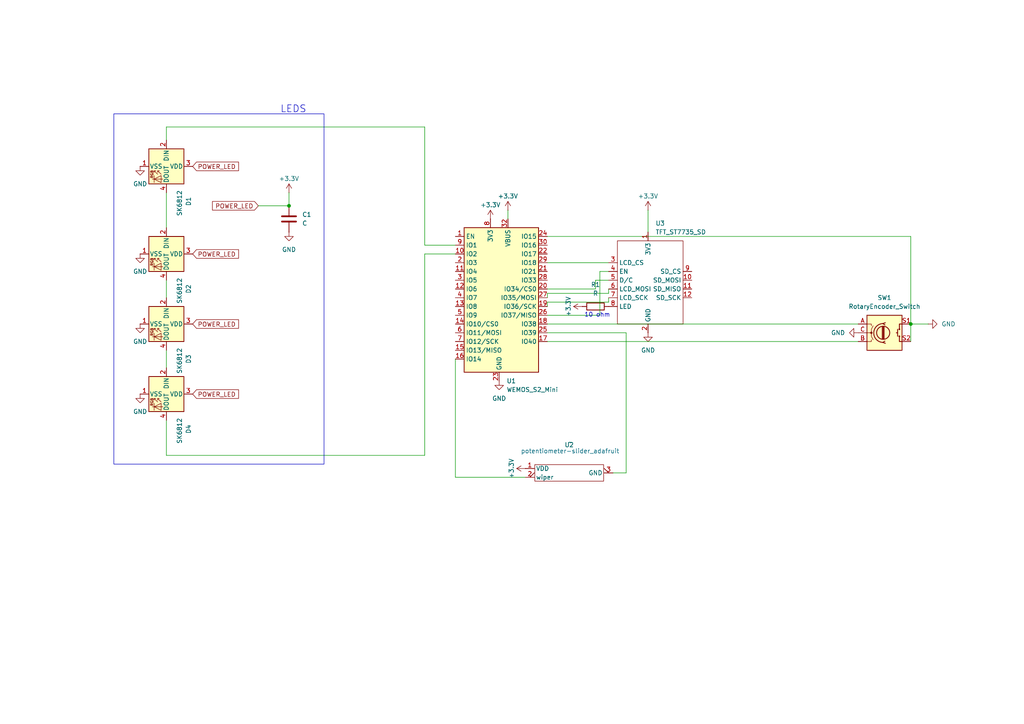
<source format=kicad_sch>
(kicad_sch
	(version 20241209)
	(generator "eeschema")
	(generator_version "8.99")
	(uuid "0a07da14-52b7-44f0-8d11-41ceac0720cc")
	(paper "A4")
	(lib_symbols
		(symbol "Device:C"
			(pin_numbers
				(hide yes)
			)
			(pin_names
				(offset 0.254)
			)
			(exclude_from_sim no)
			(in_bom yes)
			(on_board yes)
			(property "Reference" "C"
				(at 0.635 2.54 0)
				(effects
					(font
						(size 1.27 1.27)
					)
					(justify left)
				)
			)
			(property "Value" "C"
				(at 0.635 -2.54 0)
				(effects
					(font
						(size 1.27 1.27)
					)
					(justify left)
				)
			)
			(property "Footprint" ""
				(at 0.9652 -3.81 0)
				(effects
					(font
						(size 1.27 1.27)
					)
					(hide yes)
				)
			)
			(property "Datasheet" "~"
				(at 0 0 0)
				(effects
					(font
						(size 1.27 1.27)
					)
					(hide yes)
				)
			)
			(property "Description" "Unpolarized capacitor"
				(at 0 0 0)
				(effects
					(font
						(size 1.27 1.27)
					)
					(hide yes)
				)
			)
			(property "ki_keywords" "cap capacitor"
				(at 0 0 0)
				(effects
					(font
						(size 1.27 1.27)
					)
					(hide yes)
				)
			)
			(property "ki_fp_filters" "C_*"
				(at 0 0 0)
				(effects
					(font
						(size 1.27 1.27)
					)
					(hide yes)
				)
			)
			(symbol "C_0_1"
				(polyline
					(pts
						(xy -2.032 0.762) (xy 2.032 0.762)
					)
					(stroke
						(width 0.508)
						(type default)
					)
					(fill
						(type none)
					)
				)
				(polyline
					(pts
						(xy -2.032 -0.762) (xy 2.032 -0.762)
					)
					(stroke
						(width 0.508)
						(type default)
					)
					(fill
						(type none)
					)
				)
			)
			(symbol "C_1_1"
				(pin passive line
					(at 0 3.81 270)
					(length 2.794)
					(name "~"
						(effects
							(font
								(size 1.27 1.27)
							)
						)
					)
					(number "1"
						(effects
							(font
								(size 1.27 1.27)
							)
						)
					)
				)
				(pin passive line
					(at 0 -3.81 90)
					(length 2.794)
					(name "~"
						(effects
							(font
								(size 1.27 1.27)
							)
						)
					)
					(number "2"
						(effects
							(font
								(size 1.27 1.27)
							)
						)
					)
				)
			)
			(embedded_fonts no)
		)
		(symbol "Device:R"
			(pin_numbers
				(hide yes)
			)
			(pin_names
				(offset 0)
			)
			(exclude_from_sim no)
			(in_bom yes)
			(on_board yes)
			(property "Reference" "R"
				(at 2.032 0 90)
				(effects
					(font
						(size 1.27 1.27)
					)
				)
			)
			(property "Value" "R"
				(at 0 0 90)
				(effects
					(font
						(size 1.27 1.27)
					)
				)
			)
			(property "Footprint" ""
				(at -1.778 0 90)
				(effects
					(font
						(size 1.27 1.27)
					)
					(hide yes)
				)
			)
			(property "Datasheet" "~"
				(at 0 0 0)
				(effects
					(font
						(size 1.27 1.27)
					)
					(hide yes)
				)
			)
			(property "Description" "Resistor"
				(at 0 0 0)
				(effects
					(font
						(size 1.27 1.27)
					)
					(hide yes)
				)
			)
			(property "ki_keywords" "R res resistor"
				(at 0 0 0)
				(effects
					(font
						(size 1.27 1.27)
					)
					(hide yes)
				)
			)
			(property "ki_fp_filters" "R_*"
				(at 0 0 0)
				(effects
					(font
						(size 1.27 1.27)
					)
					(hide yes)
				)
			)
			(symbol "R_0_1"
				(rectangle
					(start -1.016 -2.54)
					(end 1.016 2.54)
					(stroke
						(width 0.254)
						(type default)
					)
					(fill
						(type none)
					)
				)
			)
			(symbol "R_1_1"
				(pin passive line
					(at 0 3.81 270)
					(length 1.27)
					(name "~"
						(effects
							(font
								(size 1.27 1.27)
							)
						)
					)
					(number "1"
						(effects
							(font
								(size 1.27 1.27)
							)
						)
					)
				)
				(pin passive line
					(at 0 -3.81 90)
					(length 1.27)
					(name "~"
						(effects
							(font
								(size 1.27 1.27)
							)
						)
					)
					(number "2"
						(effects
							(font
								(size 1.27 1.27)
							)
						)
					)
				)
			)
			(embedded_fonts no)
		)
		(symbol "Device:RotaryEncoder_Switch"
			(pin_names
				(offset 0.254)
				(hide yes)
			)
			(exclude_from_sim no)
			(in_bom yes)
			(on_board yes)
			(property "Reference" "SW"
				(at 0 6.604 0)
				(effects
					(font
						(size 1.27 1.27)
					)
				)
			)
			(property "Value" "RotaryEncoder_Switch"
				(at 0 -6.604 0)
				(effects
					(font
						(size 1.27 1.27)
					)
				)
			)
			(property "Footprint" ""
				(at -3.81 4.064 0)
				(effects
					(font
						(size 1.27 1.27)
					)
					(hide yes)
				)
			)
			(property "Datasheet" "~"
				(at 0 6.604 0)
				(effects
					(font
						(size 1.27 1.27)
					)
					(hide yes)
				)
			)
			(property "Description" "Rotary encoder, dual channel, incremental quadrate outputs, with switch"
				(at 0 0 0)
				(effects
					(font
						(size 1.27 1.27)
					)
					(hide yes)
				)
			)
			(property "ki_keywords" "rotary switch encoder switch push button"
				(at 0 0 0)
				(effects
					(font
						(size 1.27 1.27)
					)
					(hide yes)
				)
			)
			(property "ki_fp_filters" "RotaryEncoder*Switch*"
				(at 0 0 0)
				(effects
					(font
						(size 1.27 1.27)
					)
					(hide yes)
				)
			)
			(symbol "RotaryEncoder_Switch_0_1"
				(rectangle
					(start -5.08 5.08)
					(end 5.08 -5.08)
					(stroke
						(width 0.254)
						(type default)
					)
					(fill
						(type background)
					)
				)
				(polyline
					(pts
						(xy -5.08 2.54) (xy -3.81 2.54) (xy -3.81 2.032)
					)
					(stroke
						(width 0)
						(type default)
					)
					(fill
						(type none)
					)
				)
				(polyline
					(pts
						(xy -5.08 0) (xy -3.81 0) (xy -3.81 -1.016) (xy -3.302 -2.032)
					)
					(stroke
						(width 0)
						(type default)
					)
					(fill
						(type none)
					)
				)
				(polyline
					(pts
						(xy -5.08 -2.54) (xy -3.81 -2.54) (xy -3.81 -2.032)
					)
					(stroke
						(width 0)
						(type default)
					)
					(fill
						(type none)
					)
				)
				(polyline
					(pts
						(xy -4.318 0) (xy -3.81 0) (xy -3.81 1.016) (xy -3.302 2.032)
					)
					(stroke
						(width 0)
						(type default)
					)
					(fill
						(type none)
					)
				)
				(circle
					(center -3.81 0)
					(radius 0.254)
					(stroke
						(width 0)
						(type default)
					)
					(fill
						(type outline)
					)
				)
				(polyline
					(pts
						(xy -0.635 -1.778) (xy -0.635 1.778)
					)
					(stroke
						(width 0.254)
						(type default)
					)
					(fill
						(type none)
					)
				)
				(circle
					(center -0.381 0)
					(radius 1.905)
					(stroke
						(width 0.254)
						(type default)
					)
					(fill
						(type none)
					)
				)
				(polyline
					(pts
						(xy -0.381 -1.778) (xy -0.381 1.778)
					)
					(stroke
						(width 0.254)
						(type default)
					)
					(fill
						(type none)
					)
				)
				(arc
					(start -0.381 -2.794)
					(mid -3.0988 -0.0635)
					(end -0.381 2.667)
					(stroke
						(width 0.254)
						(type default)
					)
					(fill
						(type none)
					)
				)
				(polyline
					(pts
						(xy -0.127 1.778) (xy -0.127 -1.778)
					)
					(stroke
						(width 0.254)
						(type default)
					)
					(fill
						(type none)
					)
				)
				(polyline
					(pts
						(xy 0.254 2.921) (xy -0.508 2.667) (xy 0.127 2.286)
					)
					(stroke
						(width 0.254)
						(type default)
					)
					(fill
						(type none)
					)
				)
				(polyline
					(pts
						(xy 0.254 -3.048) (xy -0.508 -2.794) (xy 0.127 -2.413)
					)
					(stroke
						(width 0.254)
						(type default)
					)
					(fill
						(type none)
					)
				)
				(polyline
					(pts
						(xy 3.81 1.016) (xy 3.81 -1.016)
					)
					(stroke
						(width 0.254)
						(type default)
					)
					(fill
						(type none)
					)
				)
				(polyline
					(pts
						(xy 3.81 0) (xy 3.429 0)
					)
					(stroke
						(width 0.254)
						(type default)
					)
					(fill
						(type none)
					)
				)
				(circle
					(center 4.318 1.016)
					(radius 0.127)
					(stroke
						(width 0.254)
						(type default)
					)
					(fill
						(type none)
					)
				)
				(circle
					(center 4.318 -1.016)
					(radius 0.127)
					(stroke
						(width 0.254)
						(type default)
					)
					(fill
						(type none)
					)
				)
				(polyline
					(pts
						(xy 5.08 2.54) (xy 4.318 2.54) (xy 4.318 1.016)
					)
					(stroke
						(width 0.254)
						(type default)
					)
					(fill
						(type none)
					)
				)
				(polyline
					(pts
						(xy 5.08 -2.54) (xy 4.318 -2.54) (xy 4.318 -1.016)
					)
					(stroke
						(width 0.254)
						(type default)
					)
					(fill
						(type none)
					)
				)
			)
			(symbol "RotaryEncoder_Switch_1_1"
				(pin passive line
					(at -7.62 2.54 0)
					(length 2.54)
					(name "A"
						(effects
							(font
								(size 1.27 1.27)
							)
						)
					)
					(number "A"
						(effects
							(font
								(size 1.27 1.27)
							)
						)
					)
				)
				(pin passive line
					(at -7.62 0 0)
					(length 2.54)
					(name "C"
						(effects
							(font
								(size 1.27 1.27)
							)
						)
					)
					(number "C"
						(effects
							(font
								(size 1.27 1.27)
							)
						)
					)
				)
				(pin passive line
					(at -7.62 -2.54 0)
					(length 2.54)
					(name "B"
						(effects
							(font
								(size 1.27 1.27)
							)
						)
					)
					(number "B"
						(effects
							(font
								(size 1.27 1.27)
							)
						)
					)
				)
				(pin passive line
					(at 7.62 2.54 180)
					(length 2.54)
					(name "S1"
						(effects
							(font
								(size 1.27 1.27)
							)
						)
					)
					(number "S1"
						(effects
							(font
								(size 1.27 1.27)
							)
						)
					)
				)
				(pin passive line
					(at 7.62 -2.54 180)
					(length 2.54)
					(name "S2"
						(effects
							(font
								(size 1.27 1.27)
							)
						)
					)
					(number "S2"
						(effects
							(font
								(size 1.27 1.27)
							)
						)
					)
				)
			)
			(embedded_fonts no)
		)
		(symbol "LED:SK6812"
			(pin_names
				(offset 0.254)
			)
			(exclude_from_sim no)
			(in_bom yes)
			(on_board yes)
			(property "Reference" "D"
				(at 5.08 5.715 0)
				(effects
					(font
						(size 1.27 1.27)
					)
					(justify right bottom)
				)
			)
			(property "Value" "SK6812"
				(at 1.27 -5.715 0)
				(effects
					(font
						(size 1.27 1.27)
					)
					(justify left top)
				)
			)
			(property "Footprint" "LED_SMD:LED_SK6812_PLCC4_5.0x5.0mm_P3.2mm"
				(at 1.27 -7.62 0)
				(effects
					(font
						(size 1.27 1.27)
					)
					(justify left top)
					(hide yes)
				)
			)
			(property "Datasheet" "https://cdn-shop.adafruit.com/product-files/1138/SK6812+LED+datasheet+.pdf"
				(at 2.54 -9.525 0)
				(effects
					(font
						(size 1.27 1.27)
					)
					(justify left top)
					(hide yes)
				)
			)
			(property "Description" "RGB LED with integrated controller"
				(at 0 0 0)
				(effects
					(font
						(size 1.27 1.27)
					)
					(hide yes)
				)
			)
			(property "ki_keywords" "RGB LED NeoPixel addressable"
				(at 0 0 0)
				(effects
					(font
						(size 1.27 1.27)
					)
					(hide yes)
				)
			)
			(property "ki_fp_filters" "LED*SK6812*PLCC*5.0x5.0mm*P3.2mm*"
				(at 0 0 0)
				(effects
					(font
						(size 1.27 1.27)
					)
					(hide yes)
				)
			)
			(symbol "SK6812_0_0"
				(text "RGB"
					(at 2.286 -4.191 0)
					(effects
						(font
							(size 0.762 0.762)
						)
					)
				)
			)
			(symbol "SK6812_0_1"
				(polyline
					(pts
						(xy 1.27 -2.54) (xy 1.778 -2.54)
					)
					(stroke
						(width 0)
						(type default)
					)
					(fill
						(type none)
					)
				)
				(polyline
					(pts
						(xy 1.27 -3.556) (xy 1.778 -3.556)
					)
					(stroke
						(width 0)
						(type default)
					)
					(fill
						(type none)
					)
				)
				(polyline
					(pts
						(xy 2.286 -1.524) (xy 1.27 -2.54) (xy 1.27 -2.032)
					)
					(stroke
						(width 0)
						(type default)
					)
					(fill
						(type none)
					)
				)
				(polyline
					(pts
						(xy 2.286 -2.54) (xy 1.27 -3.556) (xy 1.27 -3.048)
					)
					(stroke
						(width 0)
						(type default)
					)
					(fill
						(type none)
					)
				)
				(polyline
					(pts
						(xy 3.683 -1.016) (xy 3.683 -3.556) (xy 3.683 -4.064)
					)
					(stroke
						(width 0)
						(type default)
					)
					(fill
						(type none)
					)
				)
				(polyline
					(pts
						(xy 4.699 -1.524) (xy 2.667 -1.524) (xy 3.683 -3.556) (xy 4.699 -1.524)
					)
					(stroke
						(width 0)
						(type default)
					)
					(fill
						(type none)
					)
				)
				(polyline
					(pts
						(xy 4.699 -3.556) (xy 2.667 -3.556)
					)
					(stroke
						(width 0)
						(type default)
					)
					(fill
						(type none)
					)
				)
				(rectangle
					(start 5.08 5.08)
					(end -5.08 -5.08)
					(stroke
						(width 0.254)
						(type default)
					)
					(fill
						(type background)
					)
				)
			)
			(symbol "SK6812_1_1"
				(pin input line
					(at -7.62 0 0)
					(length 2.54)
					(name "DIN"
						(effects
							(font
								(size 1.27 1.27)
							)
						)
					)
					(number "2"
						(effects
							(font
								(size 1.27 1.27)
							)
						)
					)
				)
				(pin power_in line
					(at 0 7.62 270)
					(length 2.54)
					(name "VDD"
						(effects
							(font
								(size 1.27 1.27)
							)
						)
					)
					(number "3"
						(effects
							(font
								(size 1.27 1.27)
							)
						)
					)
				)
				(pin power_in line
					(at 0 -7.62 90)
					(length 2.54)
					(name "VSS"
						(effects
							(font
								(size 1.27 1.27)
							)
						)
					)
					(number "1"
						(effects
							(font
								(size 1.27 1.27)
							)
						)
					)
				)
				(pin output line
					(at 7.62 0 180)
					(length 2.54)
					(name "DOUT"
						(effects
							(font
								(size 1.27 1.27)
							)
						)
					)
					(number "4"
						(effects
							(font
								(size 1.27 1.27)
							)
						)
					)
				)
			)
			(embedded_fonts no)
		)
		(symbol "asylum-weather:TFT_ST7735_SD"
			(exclude_from_sim no)
			(in_bom yes)
			(on_board yes)
			(property "Reference" "U"
				(at 6.858 -15.748 0)
				(effects
					(font
						(size 1.27 1.27)
					)
				)
			)
			(property "Value" "TFT_ST7735_SD"
				(at 13.462 -18.288 0)
				(effects
					(font
						(size 1.27 1.27)
					)
				)
			)
			(property "Footprint" "asylum-weather:TFT_ST7735_SD"
				(at 0 0 0)
				(effects
					(font
						(size 1.27 1.27)
					)
					(hide yes)
				)
			)
			(property "Datasheet" ""
				(at 0 0 0)
				(effects
					(font
						(size 1.27 1.27)
					)
					(hide yes)
				)
			)
			(property "Description" ""
				(at 0 0 0)
				(effects
					(font
						(size 1.27 1.27)
					)
					(hide yes)
				)
			)
			(symbol "TFT_ST7735_SD_0_1"
				(rectangle
					(start -5.08 10.16)
					(end 13.97 -13.97)
					(stroke
						(width 0)
						(type default)
					)
					(fill
						(type none)
					)
				)
			)
			(symbol "TFT_ST7735_SD_1_1"
				(pin input line
					(at -7.62 3.81 0)
					(length 2.54)
					(name "LCD_CS"
						(effects
							(font
								(size 1.27 1.27)
							)
						)
					)
					(number "3"
						(effects
							(font
								(size 1.27 1.27)
							)
						)
					)
				)
				(pin input line
					(at -7.62 1.27 0)
					(length 2.54)
					(name "EN"
						(effects
							(font
								(size 1.27 1.27)
							)
						)
					)
					(number "4"
						(effects
							(font
								(size 1.27 1.27)
							)
						)
					)
				)
				(pin input line
					(at -7.62 -1.27 0)
					(length 2.54)
					(name "D/C"
						(effects
							(font
								(size 1.27 1.27)
							)
						)
					)
					(number "5"
						(effects
							(font
								(size 1.27 1.27)
							)
						)
					)
				)
				(pin input line
					(at -7.62 -3.81 0)
					(length 2.54)
					(name "LCD_MOSI"
						(effects
							(font
								(size 1.27 1.27)
							)
						)
					)
					(number "6"
						(effects
							(font
								(size 1.27 1.27)
							)
						)
					)
				)
				(pin input line
					(at -7.62 -6.35 0)
					(length 2.54)
					(name "LCD_SCK"
						(effects
							(font
								(size 1.27 1.27)
							)
						)
					)
					(number "7"
						(effects
							(font
								(size 1.27 1.27)
							)
						)
					)
				)
				(pin power_in line
					(at -7.62 -8.89 0)
					(length 2.54)
					(name "LED"
						(effects
							(font
								(size 1.27 1.27)
							)
						)
					)
					(number "8"
						(effects
							(font
								(size 1.27 1.27)
							)
						)
					)
				)
				(pin power_in line
					(at 3.81 12.7 270)
					(length 2.54)
					(name "3V3"
						(effects
							(font
								(size 1.27 1.27)
							)
						)
					)
					(number "1"
						(effects
							(font
								(size 1.27 1.27)
							)
						)
					)
				)
				(pin power_in line
					(at 3.81 -16.51 90)
					(length 2.54)
					(name "GND"
						(effects
							(font
								(size 1.27 1.27)
							)
						)
					)
					(number "2"
						(effects
							(font
								(size 1.27 1.27)
							)
						)
					)
				)
				(pin input line
					(at 16.51 1.27 180)
					(length 2.54)
					(name "SD_CS"
						(effects
							(font
								(size 1.27 1.27)
							)
						)
					)
					(number "9"
						(effects
							(font
								(size 1.27 1.27)
							)
						)
					)
				)
				(pin input line
					(at 16.51 -1.27 180)
					(length 2.54)
					(name "SD_MOSI"
						(effects
							(font
								(size 1.27 1.27)
							)
						)
					)
					(number "10"
						(effects
							(font
								(size 1.27 1.27)
							)
						)
					)
				)
				(pin output line
					(at 16.51 -3.81 180)
					(length 2.54)
					(name "SD_MISO"
						(effects
							(font
								(size 1.27 1.27)
							)
						)
					)
					(number "11"
						(effects
							(font
								(size 1.27 1.27)
							)
						)
					)
				)
				(pin input line
					(at 16.51 -6.35 180)
					(length 2.54)
					(name "SD_SCK"
						(effects
							(font
								(size 1.27 1.27)
							)
						)
					)
					(number "12"
						(effects
							(font
								(size 1.27 1.27)
							)
						)
					)
				)
			)
			(embedded_fonts no)
		)
		(symbol "asylum-weather:WEMOS_S2_Mini"
			(exclude_from_sim no)
			(in_bom yes)
			(on_board yes)
			(property "Reference" "U1"
				(at 21.336 -29.21 0)
				(effects
					(font
						(size 1.27 1.27)
					)
					(justify left)
				)
			)
			(property "Value" "WEMOS_S2_Mini"
				(at 21.336 -31.75 0)
				(effects
					(font
						(size 1.27 1.27)
					)
					(justify left)
				)
			)
			(property "Footprint" "asylum-weather:WEMOS_S2_Mini"
				(at 0 -29.21 0)
				(effects
					(font
						(size 1.27 1.27)
					)
					(hide yes)
				)
			)
			(property "Datasheet" "https://wiki.wemos.cc/products:d1:d1_mini#documentation"
				(at -46.99 -29.21 0)
				(effects
					(font
						(size 1.27 1.27)
					)
					(hide yes)
				)
			)
			(property "Description" "32-bit microcontroller module with WiFi"
				(at 0 0 0)
				(effects
					(font
						(size 1.27 1.27)
					)
					(hide yes)
				)
			)
			(property "ki_keywords" "ESP8266 WiFi microcontroller ESP8266EX"
				(at 0 0 0)
				(effects
					(font
						(size 1.27 1.27)
					)
					(hide yes)
				)
			)
			(property "ki_fp_filters" "WEMOS*D1*mini*"
				(at 0 0 0)
				(effects
					(font
						(size 1.27 1.27)
					)
					(hide yes)
				)
			)
			(symbol "WEMOS_S2_Mini_1_1"
				(rectangle
					(start -7.62 17.78)
					(end 13.97 -24.13)
					(stroke
						(width 0.254)
						(type default)
					)
					(fill
						(type background)
					)
				)
				(pin input line
					(at -10.16 15.24 0)
					(length 2.54)
					(name "EN"
						(effects
							(font
								(size 1.27 1.27)
							)
						)
					)
					(number "1"
						(effects
							(font
								(size 1.27 1.27)
							)
						)
					)
				)
				(pin bidirectional line
					(at -10.16 12.7 0)
					(length 2.54)
					(name "IO1"
						(effects
							(font
								(size 1.27 1.27)
							)
						)
					)
					(number "9"
						(effects
							(font
								(size 1.27 1.27)
							)
						)
					)
				)
				(pin bidirectional line
					(at -10.16 10.16 0)
					(length 2.54)
					(name "IO2"
						(effects
							(font
								(size 1.27 1.27)
							)
						)
					)
					(number "10"
						(effects
							(font
								(size 1.27 1.27)
							)
						)
					)
				)
				(pin bidirectional line
					(at -10.16 7.62 0)
					(length 2.54)
					(name "IO3"
						(effects
							(font
								(size 1.27 1.27)
							)
						)
					)
					(number "2"
						(effects
							(font
								(size 1.27 1.27)
							)
						)
					)
				)
				(pin bidirectional line
					(at -10.16 5.08 0)
					(length 2.54)
					(name "IO4"
						(effects
							(font
								(size 1.27 1.27)
							)
						)
					)
					(number "11"
						(effects
							(font
								(size 1.27 1.27)
							)
						)
					)
				)
				(pin bidirectional line
					(at -10.16 2.54 0)
					(length 2.54)
					(name "IO5"
						(effects
							(font
								(size 1.27 1.27)
							)
						)
					)
					(number "3"
						(effects
							(font
								(size 1.27 1.27)
							)
						)
					)
				)
				(pin bidirectional line
					(at -10.16 0 0)
					(length 2.54)
					(name "IO6"
						(effects
							(font
								(size 1.27 1.27)
							)
						)
					)
					(number "12"
						(effects
							(font
								(size 1.27 1.27)
							)
						)
					)
				)
				(pin bidirectional line
					(at -10.16 -2.54 0)
					(length 2.54)
					(name "IO7"
						(effects
							(font
								(size 1.27 1.27)
							)
						)
					)
					(number "4"
						(effects
							(font
								(size 1.27 1.27)
							)
						)
					)
				)
				(pin bidirectional line
					(at -10.16 -5.08 0)
					(length 2.54)
					(name "IO8"
						(effects
							(font
								(size 1.27 1.27)
							)
						)
					)
					(number "13"
						(effects
							(font
								(size 1.27 1.27)
							)
						)
					)
				)
				(pin bidirectional line
					(at -10.16 -7.62 0)
					(length 2.54)
					(name "IO9"
						(effects
							(font
								(size 1.27 1.27)
							)
						)
					)
					(number "5"
						(effects
							(font
								(size 1.27 1.27)
							)
						)
					)
				)
				(pin bidirectional line
					(at -10.16 -10.16 0)
					(length 2.54)
					(name "IO10/CS0"
						(effects
							(font
								(size 1.27 1.27)
							)
						)
					)
					(number "14"
						(effects
							(font
								(size 1.27 1.27)
							)
						)
					)
				)
				(pin bidirectional line
					(at -10.16 -12.7 0)
					(length 2.54)
					(name "IO11/MOSI"
						(effects
							(font
								(size 1.27 1.27)
							)
						)
					)
					(number "6"
						(effects
							(font
								(size 1.27 1.27)
							)
						)
					)
				)
				(pin bidirectional line
					(at -10.16 -15.24 0)
					(length 2.54)
					(name "IO12/SCK"
						(effects
							(font
								(size 1.27 1.27)
							)
						)
					)
					(number "7"
						(effects
							(font
								(size 1.27 1.27)
							)
						)
					)
				)
				(pin bidirectional line
					(at -10.16 -17.78 0)
					(length 2.54)
					(name "IO13/MISO"
						(effects
							(font
								(size 1.27 1.27)
							)
						)
					)
					(number "15"
						(effects
							(font
								(size 1.27 1.27)
							)
						)
					)
				)
				(pin bidirectional line
					(at -10.16 -20.32 0)
					(length 2.54)
					(name "IO14"
						(effects
							(font
								(size 1.27 1.27)
							)
						)
					)
					(number "16"
						(effects
							(font
								(size 1.27 1.27)
							)
						)
					)
				)
				(pin power_out line
					(at 0 20.32 270)
					(length 2.54)
					(name "3V3"
						(effects
							(font
								(size 1.27 1.27)
							)
						)
					)
					(number "8"
						(effects
							(font
								(size 1.27 1.27)
							)
						)
					)
				)
				(pin power_out line
					(at 2.54 -26.67 90)
					(length 2.54)
					(name "GND"
						(effects
							(font
								(size 1.27 1.27)
							)
						)
					)
					(number "23"
						(effects
							(font
								(size 1.27 1.27)
							)
						)
					)
				)
				(pin power_in line
					(at 5.08 20.32 270)
					(length 2.54)
					(name "VBUS"
						(effects
							(font
								(size 1.27 1.27)
							)
						)
					)
					(number "32"
						(effects
							(font
								(size 1.27 1.27)
							)
						)
					)
				)
				(pin bidirectional line
					(at 16.51 15.24 180)
					(length 2.54)
					(name "IO15"
						(effects
							(font
								(size 1.27 1.27)
							)
						)
					)
					(number "24"
						(effects
							(font
								(size 1.27 1.27)
							)
						)
					)
				)
				(pin bidirectional line
					(at 16.51 12.7 180)
					(length 2.54)
					(name "IO16"
						(effects
							(font
								(size 1.27 1.27)
							)
						)
					)
					(number "30"
						(effects
							(font
								(size 1.27 1.27)
							)
						)
					)
				)
				(pin bidirectional line
					(at 16.51 10.16 180)
					(length 2.54)
					(name "IO17"
						(effects
							(font
								(size 1.27 1.27)
							)
						)
					)
					(number "22"
						(effects
							(font
								(size 1.27 1.27)
							)
						)
					)
				)
				(pin bidirectional line
					(at 16.51 7.62 180)
					(length 2.54)
					(name "IO18"
						(effects
							(font
								(size 1.27 1.27)
							)
						)
					)
					(number "29"
						(effects
							(font
								(size 1.27 1.27)
							)
						)
					)
				)
				(pin bidirectional line
					(at 16.51 5.08 180)
					(length 2.54)
					(name "IO21"
						(effects
							(font
								(size 1.27 1.27)
							)
						)
					)
					(number "21"
						(effects
							(font
								(size 1.27 1.27)
							)
						)
					)
				)
				(pin bidirectional line
					(at 16.51 2.54 180)
					(length 2.54)
					(name "IO33"
						(effects
							(font
								(size 1.27 1.27)
							)
						)
					)
					(number "28"
						(effects
							(font
								(size 1.27 1.27)
							)
						)
					)
				)
				(pin bidirectional line
					(at 16.51 0 180)
					(length 2.54)
					(name "IO34/CS0"
						(effects
							(font
								(size 1.27 1.27)
							)
						)
					)
					(number "20"
						(effects
							(font
								(size 1.27 1.27)
							)
						)
					)
				)
				(pin bidirectional line
					(at 16.51 -2.54 180)
					(length 2.54)
					(name "IO35/MOSI"
						(effects
							(font
								(size 1.27 1.27)
							)
						)
					)
					(number "27"
						(effects
							(font
								(size 1.27 1.27)
							)
						)
					)
				)
				(pin bidirectional line
					(at 16.51 -5.08 180)
					(length 2.54)
					(name "IO36/SCK"
						(effects
							(font
								(size 1.27 1.27)
							)
						)
					)
					(number "19"
						(effects
							(font
								(size 1.27 1.27)
							)
						)
					)
				)
				(pin bidirectional line
					(at 16.51 -7.62 180)
					(length 2.54)
					(name "IO37/MISO"
						(effects
							(font
								(size 1.27 1.27)
							)
						)
					)
					(number "26"
						(effects
							(font
								(size 1.27 1.27)
							)
						)
					)
				)
				(pin bidirectional line
					(at 16.51 -10.16 180)
					(length 2.54)
					(name "IO38"
						(effects
							(font
								(size 1.27 1.27)
							)
						)
					)
					(number "18"
						(effects
							(font
								(size 1.27 1.27)
							)
						)
					)
				)
				(pin bidirectional line
					(at 16.51 -12.7 180)
					(length 2.54)
					(name "IO39"
						(effects
							(font
								(size 1.27 1.27)
							)
						)
					)
					(number "25"
						(effects
							(font
								(size 1.27 1.27)
							)
						)
					)
				)
				(pin bidirectional line
					(at 16.51 -15.24 180)
					(length 2.54)
					(name "IO40"
						(effects
							(font
								(size 1.27 1.27)
							)
						)
					)
					(number "17"
						(effects
							(font
								(size 1.27 1.27)
							)
						)
					)
				)
			)
			(embedded_fonts no)
		)
		(symbol "asylum-weather:potientometer-slider_adafruit"
			(exclude_from_sim no)
			(in_bom yes)
			(on_board yes)
			(property "Reference" "U?"
				(at 0.508 4.064 0)
				(effects
					(font
						(size 1.27 1.27)
					)
				)
			)
			(property "Value" ""
				(at 0 0 0)
				(effects
					(font
						(size 1.27 1.27)
					)
				)
			)
			(property "Footprint" ""
				(at 0 0 0)
				(effects
					(font
						(size 1.27 1.27)
					)
					(hide yes)
				)
			)
			(property "Datasheet" ""
				(at 0 0 0)
				(effects
					(font
						(size 1.27 1.27)
					)
					(hide yes)
				)
			)
			(property "Description" ""
				(at 0 0 0)
				(effects
					(font
						(size 1.27 1.27)
					)
					(hide yes)
				)
			)
			(symbol "potientometer-slider_adafruit_1_1"
				(rectangle
					(start -9.9825 2.395)
					(end 9.9825 -2.395)
					(stroke
						(width 0)
						(type default)
					)
					(fill
						(type color)
						(color 0 0 0 0)
					)
				)
				(text "potentiometer-slider_adafruit"
					(at 0.254 6.35 0)
					(effects
						(font
							(size 1.27 1.27)
							(color 2 104 125 1)
						)
					)
				)
				(pin power_in line
					(at -12.7 1.27 0)
					(length 2.54)
					(name "VDD"
						(effects
							(font
								(size 1.27 1.27)
							)
						)
					)
					(number "1"
						(effects
							(font
								(size 1.27 1.27)
							)
						)
					)
				)
				(pin output output_low
					(at -12.7 -1.27 0)
					(length 2.54)
					(name "wiper"
						(effects
							(font
								(size 1.27 1.27)
							)
						)
					)
					(number "2"
						(effects
							(font
								(size 1.27 1.27)
							)
						)
					)
				)
				(pin power_out output_low
					(at 12.7 0 180)
					(length 2.54)
					(name "GND"
						(effects
							(font
								(size 1.27 1.27)
							)
						)
					)
					(number "3"
						(effects
							(font
								(size 1.27 1.27)
							)
						)
					)
				)
			)
			(embedded_fonts no)
		)
		(symbol "power:+3.3V"
			(power)
			(pin_numbers
				(hide yes)
			)
			(pin_names
				(offset 0)
				(hide yes)
			)
			(exclude_from_sim no)
			(in_bom yes)
			(on_board yes)
			(property "Reference" "#PWR"
				(at 0 -3.81 0)
				(effects
					(font
						(size 1.27 1.27)
					)
					(hide yes)
				)
			)
			(property "Value" "+3.3V"
				(at 0 3.556 0)
				(effects
					(font
						(size 1.27 1.27)
					)
				)
			)
			(property "Footprint" ""
				(at 0 0 0)
				(effects
					(font
						(size 1.27 1.27)
					)
					(hide yes)
				)
			)
			(property "Datasheet" ""
				(at 0 0 0)
				(effects
					(font
						(size 1.27 1.27)
					)
					(hide yes)
				)
			)
			(property "Description" "Power symbol creates a global label with name \"+3.3V\""
				(at 0 0 0)
				(effects
					(font
						(size 1.27 1.27)
					)
					(hide yes)
				)
			)
			(property "ki_keywords" "global power"
				(at 0 0 0)
				(effects
					(font
						(size 1.27 1.27)
					)
					(hide yes)
				)
			)
			(symbol "+3.3V_0_1"
				(polyline
					(pts
						(xy -0.762 1.27) (xy 0 2.54)
					)
					(stroke
						(width 0)
						(type default)
					)
					(fill
						(type none)
					)
				)
				(polyline
					(pts
						(xy 0 2.54) (xy 0.762 1.27)
					)
					(stroke
						(width 0)
						(type default)
					)
					(fill
						(type none)
					)
				)
				(polyline
					(pts
						(xy 0 0) (xy 0 2.54)
					)
					(stroke
						(width 0)
						(type default)
					)
					(fill
						(type none)
					)
				)
			)
			(symbol "+3.3V_1_1"
				(pin power_in line
					(at 0 0 90)
					(length 0)
					(name "~"
						(effects
							(font
								(size 1.27 1.27)
							)
						)
					)
					(number "1"
						(effects
							(font
								(size 1.27 1.27)
							)
						)
					)
				)
			)
			(embedded_fonts no)
		)
		(symbol "power:GND"
			(power)
			(pin_numbers
				(hide yes)
			)
			(pin_names
				(offset 0)
				(hide yes)
			)
			(exclude_from_sim no)
			(in_bom yes)
			(on_board yes)
			(property "Reference" "#PWR"
				(at 0 -6.35 0)
				(effects
					(font
						(size 1.27 1.27)
					)
					(hide yes)
				)
			)
			(property "Value" "GND"
				(at 0 -3.81 0)
				(effects
					(font
						(size 1.27 1.27)
					)
				)
			)
			(property "Footprint" ""
				(at 0 0 0)
				(effects
					(font
						(size 1.27 1.27)
					)
					(hide yes)
				)
			)
			(property "Datasheet" ""
				(at 0 0 0)
				(effects
					(font
						(size 1.27 1.27)
					)
					(hide yes)
				)
			)
			(property "Description" "Power symbol creates a global label with name \"GND\" , ground"
				(at 0 0 0)
				(effects
					(font
						(size 1.27 1.27)
					)
					(hide yes)
				)
			)
			(property "ki_keywords" "global power"
				(at 0 0 0)
				(effects
					(font
						(size 1.27 1.27)
					)
					(hide yes)
				)
			)
			(symbol "GND_0_1"
				(polyline
					(pts
						(xy 0 0) (xy 0 -1.27) (xy 1.27 -1.27) (xy 0 -2.54) (xy -1.27 -1.27) (xy 0 -1.27)
					)
					(stroke
						(width 0)
						(type default)
					)
					(fill
						(type none)
					)
				)
			)
			(symbol "GND_1_1"
				(pin power_in line
					(at 0 0 270)
					(length 0)
					(name "~"
						(effects
							(font
								(size 1.27 1.27)
							)
						)
					)
					(number "1"
						(effects
							(font
								(size 1.27 1.27)
							)
						)
					)
				)
			)
			(embedded_fonts no)
		)
	)
	(rectangle
		(start 33.02 33.02)
		(end 93.98 134.62)
		(stroke
			(width 0)
			(type default)
		)
		(fill
			(type none)
		)
		(uuid d353fe39-1f4a-4cde-b14f-c6f085432006)
	)
	(text "LEDS"
		(exclude_from_sim no)
		(at 85.09 31.75 0)
		(effects
			(font
				(size 2.032 2.032)
			)
		)
		(uuid "20669616-7380-4b3d-9dd8-8ba3fd197546")
	)
	(text "10 ohm"
		(exclude_from_sim no)
		(at 173.228 91.44 0)
		(effects
			(font
				(size 1.27 1.27)
			)
		)
		(uuid "48cb90cb-e3b6-4478-99d2-59366025b7e5")
	)
	(junction
		(at 83.82 59.69)
		(diameter 0)
		(color 0 0 0 0)
		(uuid "7cba7a45-e94f-4384-9966-fc60674fd99c")
	)
	(junction
		(at 264.16 93.98)
		(diameter 0)
		(color 0 0 0 0)
		(uuid "b1f06845-3cab-4aa1-a5cb-e9303e980860")
	)
	(wire
		(pts
			(xy 158.75 87.63) (xy 176.53 87.63)
		)
		(stroke
			(width 0)
			(type default)
		)
		(uuid "1091b5dc-1a09-49e3-90da-45b00355a92a")
	)
	(wire
		(pts
			(xy 158.75 85.09) (xy 176.53 85.09)
		)
		(stroke
			(width 0)
			(type default)
		)
		(uuid "135182a5-9a97-48db-a974-77b1ce9ccfc1")
	)
	(wire
		(pts
			(xy 83.82 55.88) (xy 83.82 59.69)
		)
		(stroke
			(width 0)
			(type default)
		)
		(uuid "18991dc2-d1dc-41d5-8935-d5f689745355")
	)
	(wire
		(pts
			(xy 181.61 96.52) (xy 181.61 137.16)
		)
		(stroke
			(width 0)
			(type default)
		)
		(uuid "1983be89-c903-4bca-8de7-c8056bf838cc")
	)
	(wire
		(pts
			(xy 132.08 138.43) (xy 152.4 138.43)
		)
		(stroke
			(width 0)
			(type default)
		)
		(uuid "26c611af-50b6-459e-867b-ab275642ba91")
	)
	(wire
		(pts
			(xy 187.96 60.96) (xy 187.96 67.31)
		)
		(stroke
			(width 0)
			(type default)
		)
		(uuid "31aa703c-d903-4c44-ba3d-ed8fd3e6f58b")
	)
	(wire
		(pts
			(xy 48.26 36.83) (xy 48.26 40.64)
		)
		(stroke
			(width 0)
			(type default)
		)
		(uuid "3344b781-3449-4268-87b0-6007c60f5036")
	)
	(wire
		(pts
			(xy 48.26 101.6) (xy 48.26 106.68)
		)
		(stroke
			(width 0)
			(type default)
		)
		(uuid "39e25979-7a6f-4b93-935b-183f05be25c6")
	)
	(wire
		(pts
			(xy 264.16 93.98) (xy 264.16 99.06)
		)
		(stroke
			(width 0)
			(type default)
		)
		(uuid "3fb1ae40-6bf4-4389-90d8-b5be298f679e")
	)
	(wire
		(pts
			(xy 173.99 78.74) (xy 176.53 78.74)
		)
		(stroke
			(width 0)
			(type default)
		)
		(uuid "5584b024-49de-4377-b571-e364390887b7")
	)
	(wire
		(pts
			(xy 132.08 73.66) (xy 123.19 73.66)
		)
		(stroke
			(width 0)
			(type default)
		)
		(uuid "559248f9-e8f1-4649-b51a-f5b1258a256f")
	)
	(wire
		(pts
			(xy 158.75 96.52) (xy 181.61 96.52)
		)
		(stroke
			(width 0)
			(type default)
		)
		(uuid "57bd20c2-31d6-431e-83a0-b103871de27b")
	)
	(wire
		(pts
			(xy 264.16 93.98) (xy 269.24 93.98)
		)
		(stroke
			(width 0)
			(type default)
		)
		(uuid "5defd92b-cba2-4e2d-bf2c-c4c34e8315bd")
	)
	(wire
		(pts
			(xy 176.53 87.63) (xy 176.53 86.36)
		)
		(stroke
			(width 0)
			(type default)
		)
		(uuid "67c36cfc-acf7-4c18-96a6-10410687705f")
	)
	(wire
		(pts
			(xy 123.19 132.08) (xy 48.26 132.08)
		)
		(stroke
			(width 0)
			(type default)
		)
		(uuid "68d42ba8-6580-4c96-b957-a68eab6959ae")
	)
	(wire
		(pts
			(xy 48.26 132.08) (xy 48.26 121.92)
		)
		(stroke
			(width 0)
			(type default)
		)
		(uuid "6eb807c6-9bcf-4b3b-9597-e9d39e76df88")
	)
	(wire
		(pts
			(xy 123.19 73.66) (xy 123.19 132.08)
		)
		(stroke
			(width 0)
			(type default)
		)
		(uuid "742737d1-895f-4674-b0d7-9b4744dba835")
	)
	(wire
		(pts
			(xy 176.53 85.09) (xy 176.53 83.82)
		)
		(stroke
			(width 0)
			(type default)
		)
		(uuid "817c7b1c-c3ee-4dfa-967f-596bf2ef87a2")
	)
	(wire
		(pts
			(xy 158.75 76.2) (xy 176.53 76.2)
		)
		(stroke
			(width 0)
			(type default)
		)
		(uuid "827ea792-6d63-405e-bc31-d00b628ccd22")
	)
	(wire
		(pts
			(xy 264.16 68.58) (xy 264.16 93.98)
		)
		(stroke
			(width 0)
			(type default)
		)
		(uuid "8bd69251-2bbb-42df-9d43-b2821926667f")
	)
	(wire
		(pts
			(xy 172.72 83.82) (xy 172.72 81.28)
		)
		(stroke
			(width 0)
			(type default)
		)
		(uuid "8ec58bcd-9a3b-45bd-b603-1608a797a65d")
	)
	(wire
		(pts
			(xy 158.75 88.9) (xy 158.75 87.63)
		)
		(stroke
			(width 0)
			(type default)
		)
		(uuid "928c7796-d364-4f6a-b873-97a6946f29f6")
	)
	(wire
		(pts
			(xy 132.08 104.14) (xy 132.08 138.43)
		)
		(stroke
			(width 0)
			(type default)
		)
		(uuid "9dc645c3-2754-49db-ad16-379ea4e7cf42")
	)
	(wire
		(pts
			(xy 123.19 71.12) (xy 123.19 36.83)
		)
		(stroke
			(width 0)
			(type default)
		)
		(uuid "a7078bdd-50c8-4969-af94-11d45d7c7ef8")
	)
	(wire
		(pts
			(xy 264.16 68.58) (xy 158.75 68.58)
		)
		(stroke
			(width 0)
			(type default)
		)
		(uuid "aa369e9a-567a-4c06-8c30-abbd2c50ac49")
	)
	(wire
		(pts
			(xy 147.32 60.96) (xy 147.32 63.5)
		)
		(stroke
			(width 0)
			(type default)
		)
		(uuid "b57562cf-306f-4ea0-ae5e-c0dd46cf436a")
	)
	(wire
		(pts
			(xy 173.99 91.44) (xy 173.99 78.74)
		)
		(stroke
			(width 0)
			(type default)
		)
		(uuid "b7f7e704-8f4f-48ff-b84e-d8ae19f83347")
	)
	(wire
		(pts
			(xy 158.75 93.98) (xy 248.92 93.98)
		)
		(stroke
			(width 0)
			(type default)
		)
		(uuid "b911a52c-bf3c-4aab-a81c-7992e9fe210a")
	)
	(wire
		(pts
			(xy 123.19 36.83) (xy 48.26 36.83)
		)
		(stroke
			(width 0)
			(type default)
		)
		(uuid "be5fea25-1183-4b36-ac30-fd3ffbf2d1c4")
	)
	(wire
		(pts
			(xy 48.26 81.28) (xy 48.26 86.36)
		)
		(stroke
			(width 0)
			(type default)
		)
		(uuid "c1822370-a37e-4869-9a7a-2bfb3a1391f8")
	)
	(wire
		(pts
			(xy 172.72 81.28) (xy 176.53 81.28)
		)
		(stroke
			(width 0)
			(type default)
		)
		(uuid "cd7fe95c-6dc5-474d-b165-5033925f9a0d")
	)
	(wire
		(pts
			(xy 181.61 137.16) (xy 177.8 137.16)
		)
		(stroke
			(width 0)
			(type default)
		)
		(uuid "cdbd9840-e648-4b17-8e2c-e9eb96b791e4")
	)
	(wire
		(pts
			(xy 158.75 91.44) (xy 173.99 91.44)
		)
		(stroke
			(width 0)
			(type default)
		)
		(uuid "e0017e66-16bf-4d09-a3c9-f72019d0f474")
	)
	(wire
		(pts
			(xy 158.75 99.06) (xy 248.92 99.06)
		)
		(stroke
			(width 0)
			(type default)
		)
		(uuid "e6f6008e-2154-4a7d-b3c5-2d2bb0351248")
	)
	(wire
		(pts
			(xy 158.75 83.82) (xy 172.72 83.82)
		)
		(stroke
			(width 0)
			(type default)
		)
		(uuid "eb92dd40-09f1-4c6a-9cd6-e1cbc861aa18")
	)
	(wire
		(pts
			(xy 48.26 55.88) (xy 48.26 66.04)
		)
		(stroke
			(width 0)
			(type default)
		)
		(uuid "edb05bcb-eeac-416d-aa26-f7047c8e2646")
	)
	(wire
		(pts
			(xy 158.75 86.36) (xy 158.75 85.09)
		)
		(stroke
			(width 0)
			(type default)
		)
		(uuid "f2a1b097-f015-44d4-8192-9070f25c7775")
	)
	(wire
		(pts
			(xy 83.82 59.69) (xy 74.93 59.69)
		)
		(stroke
			(width 0)
			(type default)
		)
		(uuid "f5ad8af4-96f2-4d27-b874-5df3dfc84b40")
	)
	(wire
		(pts
			(xy 132.08 71.12) (xy 123.19 71.12)
		)
		(stroke
			(width 0)
			(type default)
		)
		(uuid "fc9c0daa-e1e4-4483-bac5-ecff1d5b4add")
	)
	(global_label "POWER_LED"
		(shape input)
		(at 55.88 93.98 0)
		(fields_autoplaced yes)
		(effects
			(font
				(size 1.27 1.27)
			)
			(justify left)
		)
		(uuid "17ee229d-e180-4528-a4c7-403ff4e0f6d9")
		(property "Intersheetrefs" "${INTERSHEET_REFS}"
			(at 69.7508 93.98 0)
			(effects
				(font
					(size 1.27 1.27)
				)
				(justify left)
				(hide yes)
			)
		)
	)
	(global_label "POWER_LED"
		(shape input)
		(at 55.88 48.26 0)
		(fields_autoplaced yes)
		(effects
			(font
				(size 1.27 1.27)
			)
			(justify left)
		)
		(uuid "309be22e-9f0b-42cf-96da-a5d9741cff37")
		(property "Intersheetrefs" "${INTERSHEET_REFS}"
			(at 69.7508 48.26 0)
			(effects
				(font
					(size 1.27 1.27)
				)
				(justify left)
				(hide yes)
			)
		)
	)
	(global_label "POWER_LED"
		(shape input)
		(at 55.88 73.66 0)
		(fields_autoplaced yes)
		(effects
			(font
				(size 1.27 1.27)
			)
			(justify left)
		)
		(uuid "c3441a32-3621-4b08-85e5-5edffbcf09b9")
		(property "Intersheetrefs" "${INTERSHEET_REFS}"
			(at 69.7508 73.66 0)
			(effects
				(font
					(size 1.27 1.27)
				)
				(justify left)
				(hide yes)
			)
		)
	)
	(global_label "POWER_LED"
		(shape input)
		(at 55.88 114.3 0)
		(fields_autoplaced yes)
		(effects
			(font
				(size 1.27 1.27)
			)
			(justify left)
		)
		(uuid "d213203f-53b7-4412-9bf9-6d3a5144c4ed")
		(property "Intersheetrefs" "${INTERSHEET_REFS}"
			(at 69.7508 114.3 0)
			(effects
				(font
					(size 1.27 1.27)
				)
				(justify left)
				(hide yes)
			)
		)
	)
	(global_label "POWER_LED"
		(shape input)
		(at 74.93 59.69 180)
		(fields_autoplaced yes)
		(effects
			(font
				(size 1.27 1.27)
			)
			(justify right)
		)
		(uuid "e06dd56f-1392-41d0-8cbe-efa5b1be7f0f")
		(property "Intersheetrefs" "${INTERSHEET_REFS}"
			(at 61.0592 59.69 0)
			(effects
				(font
					(size 1.27 1.27)
				)
				(justify right)
				(hide yes)
			)
		)
	)
	(symbol
		(lib_id "power:+3.3V")
		(at 83.82 55.88 0)
		(unit 1)
		(exclude_from_sim no)
		(in_bom yes)
		(on_board yes)
		(dnp no)
		(uuid "001ab648-7e8c-4684-9bd0-c2b1e8d4255c")
		(property "Reference" "#PWR05"
			(at 83.82 59.69 0)
			(effects
				(font
					(size 1.27 1.27)
				)
				(hide yes)
			)
		)
		(property "Value" "+3.3V"
			(at 83.82 51.816 0)
			(effects
				(font
					(size 1.27 1.27)
				)
			)
		)
		(property "Footprint" ""
			(at 83.82 55.88 0)
			(effects
				(font
					(size 1.27 1.27)
				)
				(hide yes)
			)
		)
		(property "Datasheet" ""
			(at 83.82 55.88 0)
			(effects
				(font
					(size 1.27 1.27)
				)
				(hide yes)
			)
		)
		(property "Description" "Power symbol creates a global label with name \"+3.3V\""
			(at 83.82 55.88 0)
			(effects
				(font
					(size 1.27 1.27)
				)
				(hide yes)
			)
		)
		(pin "1"
			(uuid "bdd6e8dc-1d8c-4783-a07d-66ce517efbe9")
		)
		(instances
			(project "weather_dashboard"
				(path "/0a07da14-52b7-44f0-8d11-41ceac0720cc"
					(reference "#PWR05")
					(unit 1)
				)
			)
		)
	)
	(symbol
		(lib_id "LED:SK6812")
		(at 48.26 73.66 270)
		(unit 1)
		(exclude_from_sim no)
		(in_bom yes)
		(on_board yes)
		(dnp no)
		(uuid "063e3eef-ca11-4c69-81e5-808628a68903")
		(property "Reference" "D2"
			(at 54.6802 83.82 0)
			(effects
				(font
					(size 1.27 1.27)
				)
			)
		)
		(property "Value" "SK6812"
			(at 52.07 84.328 0)
			(effects
				(font
					(size 1.27 1.27)
				)
			)
		)
		(property "Footprint" "LED_SMD:LED_SK6812_PLCC4_5.0x5.0mm_P3.2mm"
			(at 40.64 74.93 0)
			(effects
				(font
					(size 1.27 1.27)
				)
				(justify left top)
				(hide yes)
			)
		)
		(property "Datasheet" "https://cdn-shop.adafruit.com/product-files/1138/SK6812+LED+datasheet+.pdf"
			(at 38.735 76.2 0)
			(effects
				(font
					(size 1.27 1.27)
				)
				(justify left top)
				(hide yes)
			)
		)
		(property "Description" "RGB LED with integrated controller"
			(at 48.26 73.66 0)
			(effects
				(font
					(size 1.27 1.27)
				)
				(hide yes)
			)
		)
		(pin "2"
			(uuid "32adf291-b78a-4b5b-b67c-fc1d0853bc66")
		)
		(pin "3"
			(uuid "584dc9e9-5aa1-44a9-9b0b-c8d026edaa39")
		)
		(pin "1"
			(uuid "011939e5-b751-4d22-b9e5-15ed36daf80b")
		)
		(pin "4"
			(uuid "925cbd0f-5385-4e86-b3c7-673116293be3")
		)
		(instances
			(project "weather_dashboard"
				(path "/0a07da14-52b7-44f0-8d11-41ceac0720cc"
					(reference "D2")
					(unit 1)
				)
			)
		)
	)
	(symbol
		(lib_id "asylum-weather:potientometer-slider_adafruit")
		(at 165.1 137.16 0)
		(unit 1)
		(exclude_from_sim no)
		(in_bom yes)
		(on_board yes)
		(dnp no)
		(uuid "1333ea78-912a-490e-a897-b65aafde225d")
		(property "Reference" "U2"
			(at 165.1 129.032 0)
			(effects
				(font
					(size 1.27 1.27)
				)
			)
		)
		(property "Value" "~"
			(at 165.354 128.27 0)
			(effects
				(font
					(size 1.27 1.27)
				)
			)
		)
		(property "Footprint" "asylum-weather:Potienometer-slider_adafruit"
			(at 165.1 137.16 0)
			(effects
				(font
					(size 1.27 1.27)
				)
				(hide yes)
			)
		)
		(property "Datasheet" ""
			(at 165.1 137.16 0)
			(effects
				(font
					(size 1.27 1.27)
				)
				(hide yes)
			)
		)
		(property "Description" ""
			(at 165.1 137.16 0)
			(effects
				(font
					(size 1.27 1.27)
				)
				(hide yes)
			)
		)
		(pin "3"
			(uuid "cd9d01ba-a6b1-44bb-a8ad-4cc5f42f8945")
		)
		(pin "1"
			(uuid "7039e1f3-f524-4b88-85ab-7edd1489a50b")
		)
		(pin "2"
			(uuid "0becfd07-fcd0-453c-a997-a3659a3a4f9b")
		)
		(instances
			(project ""
				(path "/0a07da14-52b7-44f0-8d11-41ceac0720cc"
					(reference "U2")
					(unit 1)
				)
			)
		)
	)
	(symbol
		(lib_id "power:GND")
		(at 40.64 48.26 0)
		(unit 1)
		(exclude_from_sim no)
		(in_bom yes)
		(on_board yes)
		(dnp no)
		(fields_autoplaced yes)
		(uuid "1373ccd7-7b0d-4653-881f-6757af81a677")
		(property "Reference" "#PWR01"
			(at 40.64 54.61 0)
			(effects
				(font
					(size 1.27 1.27)
				)
				(hide yes)
			)
		)
		(property "Value" "GND"
			(at 40.64 53.34 0)
			(effects
				(font
					(size 1.27 1.27)
				)
			)
		)
		(property "Footprint" ""
			(at 40.64 48.26 0)
			(effects
				(font
					(size 1.27 1.27)
				)
				(hide yes)
			)
		)
		(property "Datasheet" ""
			(at 40.64 48.26 0)
			(effects
				(font
					(size 1.27 1.27)
				)
				(hide yes)
			)
		)
		(property "Description" "Power symbol creates a global label with name \"GND\" , ground"
			(at 40.64 48.26 0)
			(effects
				(font
					(size 1.27 1.27)
				)
				(hide yes)
			)
		)
		(pin "1"
			(uuid "1f9e3792-fbc7-4ef8-9ea0-bf887fa96222")
		)
		(instances
			(project "weather_dashboard"
				(path "/0a07da14-52b7-44f0-8d11-41ceac0720cc"
					(reference "#PWR01")
					(unit 1)
				)
			)
		)
	)
	(symbol
		(lib_id "LED:SK6812")
		(at 48.26 93.98 270)
		(unit 1)
		(exclude_from_sim no)
		(in_bom yes)
		(on_board yes)
		(dnp no)
		(uuid "33a704c8-1d18-4e6d-a27c-5015c9c6f384")
		(property "Reference" "D3"
			(at 54.6802 104.14 0)
			(effects
				(font
					(size 1.27 1.27)
				)
			)
		)
		(property "Value" "SK6812"
			(at 52.07 104.648 0)
			(effects
				(font
					(size 1.27 1.27)
				)
			)
		)
		(property "Footprint" "LED_SMD:LED_SK6812_PLCC4_5.0x5.0mm_P3.2mm"
			(at 40.64 95.25 0)
			(effects
				(font
					(size 1.27 1.27)
				)
				(justify left top)
				(hide yes)
			)
		)
		(property "Datasheet" "https://cdn-shop.adafruit.com/product-files/1138/SK6812+LED+datasheet+.pdf"
			(at 38.735 96.52 0)
			(effects
				(font
					(size 1.27 1.27)
				)
				(justify left top)
				(hide yes)
			)
		)
		(property "Description" "RGB LED with integrated controller"
			(at 48.26 93.98 0)
			(effects
				(font
					(size 1.27 1.27)
				)
				(hide yes)
			)
		)
		(pin "2"
			(uuid "ae09c596-9845-4fbe-bf0b-f9cf10f1b488")
		)
		(pin "3"
			(uuid "a7528bb4-2d71-4787-8c27-639833c6a70c")
		)
		(pin "1"
			(uuid "265a6bd8-78ca-414c-9257-288563c823b1")
		)
		(pin "4"
			(uuid "03d03a7d-4f2b-4b4b-9e53-d2aa8902251e")
		)
		(instances
			(project "weather_dashboard"
				(path "/0a07da14-52b7-44f0-8d11-41ceac0720cc"
					(reference "D3")
					(unit 1)
				)
			)
		)
	)
	(symbol
		(lib_id "power:GND")
		(at 40.64 114.3 0)
		(unit 1)
		(exclude_from_sim no)
		(in_bom yes)
		(on_board yes)
		(dnp no)
		(fields_autoplaced yes)
		(uuid "3ee76a22-41d5-47b4-b874-bb47a93691dc")
		(property "Reference" "#PWR04"
			(at 40.64 120.65 0)
			(effects
				(font
					(size 1.27 1.27)
				)
				(hide yes)
			)
		)
		(property "Value" "GND"
			(at 40.64 119.38 0)
			(effects
				(font
					(size 1.27 1.27)
				)
			)
		)
		(property "Footprint" ""
			(at 40.64 114.3 0)
			(effects
				(font
					(size 1.27 1.27)
				)
				(hide yes)
			)
		)
		(property "Datasheet" ""
			(at 40.64 114.3 0)
			(effects
				(font
					(size 1.27 1.27)
				)
				(hide yes)
			)
		)
		(property "Description" "Power symbol creates a global label with name \"GND\" , ground"
			(at 40.64 114.3 0)
			(effects
				(font
					(size 1.27 1.27)
				)
				(hide yes)
			)
		)
		(pin "1"
			(uuid "de718252-bb4c-41ae-bb70-46bf29c4ab22")
		)
		(instances
			(project "weather_dashboard"
				(path "/0a07da14-52b7-44f0-8d11-41ceac0720cc"
					(reference "#PWR04")
					(unit 1)
				)
			)
		)
	)
	(symbol
		(lib_id "power:GND")
		(at 83.82 67.31 0)
		(unit 1)
		(exclude_from_sim no)
		(in_bom yes)
		(on_board yes)
		(dnp no)
		(fields_autoplaced yes)
		(uuid "405c2056-91d2-4e4d-85f4-0e9e4b073fd0")
		(property "Reference" "#PWR06"
			(at 83.82 73.66 0)
			(effects
				(font
					(size 1.27 1.27)
				)
				(hide yes)
			)
		)
		(property "Value" "GND"
			(at 83.82 72.39 0)
			(effects
				(font
					(size 1.27 1.27)
				)
			)
		)
		(property "Footprint" ""
			(at 83.82 67.31 0)
			(effects
				(font
					(size 1.27 1.27)
				)
				(hide yes)
			)
		)
		(property "Datasheet" ""
			(at 83.82 67.31 0)
			(effects
				(font
					(size 1.27 1.27)
				)
				(hide yes)
			)
		)
		(property "Description" "Power symbol creates a global label with name \"GND\" , ground"
			(at 83.82 67.31 0)
			(effects
				(font
					(size 1.27 1.27)
				)
				(hide yes)
			)
		)
		(pin "1"
			(uuid "5a8b570f-6d7b-4d9f-b498-58527b2b0934")
		)
		(instances
			(project "weather_dashboard"
				(path "/0a07da14-52b7-44f0-8d11-41ceac0720cc"
					(reference "#PWR06")
					(unit 1)
				)
			)
		)
	)
	(symbol
		(lib_id "LED:SK6812")
		(at 48.26 48.26 270)
		(unit 1)
		(exclude_from_sim no)
		(in_bom yes)
		(on_board yes)
		(dnp no)
		(uuid "43d1da24-460f-4685-8cd1-1cf97084c072")
		(property "Reference" "D1"
			(at 54.6802 58.42 0)
			(effects
				(font
					(size 1.27 1.27)
				)
			)
		)
		(property "Value" "SK6812"
			(at 52.07 58.928 0)
			(effects
				(font
					(size 1.27 1.27)
				)
			)
		)
		(property "Footprint" "LED_SMD:LED_SK6812_PLCC4_5.0x5.0mm_P3.2mm"
			(at 40.64 49.53 0)
			(effects
				(font
					(size 1.27 1.27)
				)
				(justify left top)
				(hide yes)
			)
		)
		(property "Datasheet" "https://cdn-shop.adafruit.com/product-files/1138/SK6812+LED+datasheet+.pdf"
			(at 38.735 50.8 0)
			(effects
				(font
					(size 1.27 1.27)
				)
				(justify left top)
				(hide yes)
			)
		)
		(property "Description" "RGB LED with integrated controller"
			(at 48.26 48.26 0)
			(effects
				(font
					(size 1.27 1.27)
				)
				(hide yes)
			)
		)
		(pin "2"
			(uuid "d03a67a9-0cff-4e3f-828f-af9d18e7fc64")
		)
		(pin "3"
			(uuid "ea40cc34-7bb5-43ac-ae56-1b8a8dfe35eb")
		)
		(pin "1"
			(uuid "c9644f70-3de8-4626-957e-67adea02416d")
		)
		(pin "4"
			(uuid "04c2cbbc-bfa3-4966-b968-cce3e5281180")
		)
		(instances
			(project ""
				(path "/0a07da14-52b7-44f0-8d11-41ceac0720cc"
					(reference "D1")
					(unit 1)
				)
			)
		)
	)
	(symbol
		(lib_id "power:GND")
		(at 144.78 110.49 0)
		(unit 1)
		(exclude_from_sim no)
		(in_bom yes)
		(on_board yes)
		(dnp no)
		(fields_autoplaced yes)
		(uuid "57c6169b-a85e-40e6-b870-4400707e9e5f")
		(property "Reference" "#PWR08"
			(at 144.78 116.84 0)
			(effects
				(font
					(size 1.27 1.27)
				)
				(hide yes)
			)
		)
		(property "Value" "GND"
			(at 144.78 115.57 0)
			(effects
				(font
					(size 1.27 1.27)
				)
			)
		)
		(property "Footprint" ""
			(at 144.78 110.49 0)
			(effects
				(font
					(size 1.27 1.27)
				)
				(hide yes)
			)
		)
		(property "Datasheet" ""
			(at 144.78 110.49 0)
			(effects
				(font
					(size 1.27 1.27)
				)
				(hide yes)
			)
		)
		(property "Description" "Power symbol creates a global label with name \"GND\" , ground"
			(at 144.78 110.49 0)
			(effects
				(font
					(size 1.27 1.27)
				)
				(hide yes)
			)
		)
		(pin "1"
			(uuid "7d61bbad-a5d0-4220-bb77-6e1e79390d11")
		)
		(instances
			(project ""
				(path "/0a07da14-52b7-44f0-8d11-41ceac0720cc"
					(reference "#PWR08")
					(unit 1)
				)
			)
		)
	)
	(symbol
		(lib_id "power:+3.3V")
		(at 168.91 88.9 90)
		(unit 1)
		(exclude_from_sim no)
		(in_bom yes)
		(on_board yes)
		(dnp no)
		(uuid "57f42fba-b3db-4be7-aa70-2a1590f3d4f0")
		(property "Reference" "#PWR011"
			(at 172.72 88.9 0)
			(effects
				(font
					(size 1.27 1.27)
				)
				(hide yes)
			)
		)
		(property "Value" "+3.3V"
			(at 164.846 88.9 0)
			(effects
				(font
					(size 1.27 1.27)
				)
			)
		)
		(property "Footprint" ""
			(at 168.91 88.9 0)
			(effects
				(font
					(size 1.27 1.27)
				)
				(hide yes)
			)
		)
		(property "Datasheet" ""
			(at 168.91 88.9 0)
			(effects
				(font
					(size 1.27 1.27)
				)
				(hide yes)
			)
		)
		(property "Description" "Power symbol creates a global label with name \"+3.3V\""
			(at 168.91 88.9 0)
			(effects
				(font
					(size 1.27 1.27)
				)
				(hide yes)
			)
		)
		(pin "1"
			(uuid "a3714e79-c426-46a2-b1a7-2de5eee6ab88")
		)
		(instances
			(project "weather_dashboard"
				(path "/0a07da14-52b7-44f0-8d11-41ceac0720cc"
					(reference "#PWR011")
					(unit 1)
				)
			)
		)
	)
	(symbol
		(lib_id "Device:R")
		(at 172.72 88.9 90)
		(unit 1)
		(exclude_from_sim no)
		(in_bom yes)
		(on_board yes)
		(dnp no)
		(fields_autoplaced yes)
		(uuid "5871c5d9-1c95-4b4f-8a8c-b9c2c14df3e7")
		(property "Reference" "R1"
			(at 172.72 82.55 90)
			(effects
				(font
					(size 1.27 1.27)
				)
			)
		)
		(property "Value" "R"
			(at 172.72 85.09 90)
			(effects
				(font
					(size 1.27 1.27)
				)
			)
		)
		(property "Footprint" "Resistor_THT:R_Array_SIP4"
			(at 172.72 90.678 90)
			(effects
				(font
					(size 1.27 1.27)
				)
				(hide yes)
			)
		)
		(property "Datasheet" "~"
			(at 172.72 88.9 0)
			(effects
				(font
					(size 1.27 1.27)
				)
				(hide yes)
			)
		)
		(property "Description" "Resistor"
			(at 172.72 88.9 0)
			(effects
				(font
					(size 1.27 1.27)
				)
				(hide yes)
			)
		)
		(pin "1"
			(uuid "e7df664b-7728-4f66-a39a-2dd48aba3474")
		)
		(pin "2"
			(uuid "1c9517cf-8b93-47b2-bc21-1c918d0fd2ca")
		)
		(instances
			(project ""
				(path "/0a07da14-52b7-44f0-8d11-41ceac0720cc"
					(reference "R1")
					(unit 1)
				)
			)
		)
	)
	(symbol
		(lib_id "LED:SK6812")
		(at 48.26 114.3 270)
		(unit 1)
		(exclude_from_sim no)
		(in_bom yes)
		(on_board yes)
		(dnp no)
		(uuid "6e5d2ea9-1019-41ee-b1d2-e01f3e8893a5")
		(property "Reference" "D4"
			(at 54.6802 124.46 0)
			(effects
				(font
					(size 1.27 1.27)
				)
			)
		)
		(property "Value" "SK6812"
			(at 52.07 124.968 0)
			(effects
				(font
					(size 1.27 1.27)
				)
			)
		)
		(property "Footprint" "LED_SMD:LED_SK6812_PLCC4_5.0x5.0mm_P3.2mm"
			(at 40.64 115.57 0)
			(effects
				(font
					(size 1.27 1.27)
				)
				(justify left top)
				(hide yes)
			)
		)
		(property "Datasheet" "https://cdn-shop.adafruit.com/product-files/1138/SK6812+LED+datasheet+.pdf"
			(at 38.735 116.84 0)
			(effects
				(font
					(size 1.27 1.27)
				)
				(justify left top)
				(hide yes)
			)
		)
		(property "Description" "RGB LED with integrated controller"
			(at 48.26 114.3 0)
			(effects
				(font
					(size 1.27 1.27)
				)
				(hide yes)
			)
		)
		(pin "2"
			(uuid "42e52d79-dcae-41d7-a6ab-ad6b8b475947")
		)
		(pin "3"
			(uuid "76432fc3-ba07-40ef-97ec-1f1efd1adc46")
		)
		(pin "1"
			(uuid "c8f8716d-3076-4813-86ab-892b3e80077f")
		)
		(pin "4"
			(uuid "e69c4c59-04df-4f24-b3cb-9441f925bf05")
		)
		(instances
			(project "weather_dashboard"
				(path "/0a07da14-52b7-44f0-8d11-41ceac0720cc"
					(reference "D4")
					(unit 1)
				)
			)
		)
	)
	(symbol
		(lib_id "Device:RotaryEncoder_Switch")
		(at 256.54 96.52 0)
		(unit 1)
		(exclude_from_sim no)
		(in_bom yes)
		(on_board yes)
		(dnp no)
		(fields_autoplaced yes)
		(uuid "78822095-b32a-443e-b51d-c59f4e834826")
		(property "Reference" "SW1"
			(at 256.54 86.36 0)
			(effects
				(font
					(size 1.27 1.27)
				)
			)
		)
		(property "Value" "RotaryEncoder_Switch"
			(at 256.54 88.9 0)
			(effects
				(font
					(size 1.27 1.27)
				)
			)
		)
		(property "Footprint" "Rotary_Encoder:RotaryEncoder_Alps_EC11E-Switch_Vertical_H20mm"
			(at 252.73 92.456 0)
			(effects
				(font
					(size 1.27 1.27)
				)
				(hide yes)
			)
		)
		(property "Datasheet" "~"
			(at 256.54 89.916 0)
			(effects
				(font
					(size 1.27 1.27)
				)
				(hide yes)
			)
		)
		(property "Description" "Rotary encoder, dual channel, incremental quadrate outputs, with switch"
			(at 256.54 96.52 0)
			(effects
				(font
					(size 1.27 1.27)
				)
				(hide yes)
			)
		)
		(pin "B"
			(uuid "e44878b3-8b44-4b59-88a1-57a707fb1554")
		)
		(pin "S2"
			(uuid "a2231090-a30f-4512-8d1d-d71729dce882")
		)
		(pin "A"
			(uuid "772f698a-64eb-46af-9f37-610cc9f5d721")
		)
		(pin "C"
			(uuid "0f71cfe6-d997-4da8-99ce-78600471366d")
		)
		(pin "S1"
			(uuid "492125bc-d3fd-4443-8c32-f09e03ea81c4")
		)
		(instances
			(project ""
				(path "/0a07da14-52b7-44f0-8d11-41ceac0720cc"
					(reference "SW1")
					(unit 1)
				)
			)
		)
	)
	(symbol
		(lib_id "power:+3.3V")
		(at 187.96 60.96 0)
		(unit 1)
		(exclude_from_sim no)
		(in_bom yes)
		(on_board yes)
		(dnp no)
		(uuid "7d0c7cc5-7588-4ae7-9841-fb4f307f524a")
		(property "Reference" "#PWR012"
			(at 187.96 64.77 0)
			(effects
				(font
					(size 1.27 1.27)
				)
				(hide yes)
			)
		)
		(property "Value" "+3.3V"
			(at 187.96 56.896 0)
			(effects
				(font
					(size 1.27 1.27)
				)
			)
		)
		(property "Footprint" ""
			(at 187.96 60.96 0)
			(effects
				(font
					(size 1.27 1.27)
				)
				(hide yes)
			)
		)
		(property "Datasheet" ""
			(at 187.96 60.96 0)
			(effects
				(font
					(size 1.27 1.27)
				)
				(hide yes)
			)
		)
		(property "Description" "Power symbol creates a global label with name \"+3.3V\""
			(at 187.96 60.96 0)
			(effects
				(font
					(size 1.27 1.27)
				)
				(hide yes)
			)
		)
		(pin "1"
			(uuid "dcfe599e-100e-45ad-972d-beae44955937")
		)
		(instances
			(project ""
				(path "/0a07da14-52b7-44f0-8d11-41ceac0720cc"
					(reference "#PWR012")
					(unit 1)
				)
			)
		)
	)
	(symbol
		(lib_id "power:+3.3V")
		(at 152.4 135.89 90)
		(unit 1)
		(exclude_from_sim no)
		(in_bom yes)
		(on_board yes)
		(dnp no)
		(uuid "8176c6dd-617a-4c08-9a45-b38b6cfe5940")
		(property "Reference" "#PWR010"
			(at 156.21 135.89 0)
			(effects
				(font
					(size 1.27 1.27)
				)
				(hide yes)
			)
		)
		(property "Value" "+3.3V"
			(at 148.336 135.89 0)
			(effects
				(font
					(size 1.27 1.27)
				)
			)
		)
		(property "Footprint" ""
			(at 152.4 135.89 0)
			(effects
				(font
					(size 1.27 1.27)
				)
				(hide yes)
			)
		)
		(property "Datasheet" ""
			(at 152.4 135.89 0)
			(effects
				(font
					(size 1.27 1.27)
				)
				(hide yes)
			)
		)
		(property "Description" "Power symbol creates a global label with name \"+3.3V\""
			(at 152.4 135.89 0)
			(effects
				(font
					(size 1.27 1.27)
				)
				(hide yes)
			)
		)
		(pin "1"
			(uuid "7a42f7db-11df-4bec-bec1-93ca0d98ec92")
		)
		(instances
			(project "weather_dashboard"
				(path "/0a07da14-52b7-44f0-8d11-41ceac0720cc"
					(reference "#PWR010")
					(unit 1)
				)
			)
		)
	)
	(symbol
		(lib_id "power:GND")
		(at 187.96 96.52 0)
		(unit 1)
		(exclude_from_sim no)
		(in_bom yes)
		(on_board yes)
		(dnp no)
		(fields_autoplaced yes)
		(uuid "8e986d8e-f40c-4ccf-aec5-c1edad62a676")
		(property "Reference" "#PWR013"
			(at 187.96 102.87 0)
			(effects
				(font
					(size 1.27 1.27)
				)
				(hide yes)
			)
		)
		(property "Value" "GND"
			(at 187.96 101.6 0)
			(effects
				(font
					(size 1.27 1.27)
				)
			)
		)
		(property "Footprint" ""
			(at 187.96 96.52 0)
			(effects
				(font
					(size 1.27 1.27)
				)
				(hide yes)
			)
		)
		(property "Datasheet" ""
			(at 187.96 96.52 0)
			(effects
				(font
					(size 1.27 1.27)
				)
				(hide yes)
			)
		)
		(property "Description" "Power symbol creates a global label with name \"GND\" , ground"
			(at 187.96 96.52 0)
			(effects
				(font
					(size 1.27 1.27)
				)
				(hide yes)
			)
		)
		(pin "1"
			(uuid "93bf6592-c316-4ff9-bfbd-277747c0d0b5")
		)
		(instances
			(project "weather_dashboard"
				(path "/0a07da14-52b7-44f0-8d11-41ceac0720cc"
					(reference "#PWR013")
					(unit 1)
				)
			)
		)
	)
	(symbol
		(lib_id "power:GND")
		(at 40.64 93.98 0)
		(unit 1)
		(exclude_from_sim no)
		(in_bom yes)
		(on_board yes)
		(dnp no)
		(fields_autoplaced yes)
		(uuid "919de473-91ab-4671-b276-412cd9ea889b")
		(property "Reference" "#PWR03"
			(at 40.64 100.33 0)
			(effects
				(font
					(size 1.27 1.27)
				)
				(hide yes)
			)
		)
		(property "Value" "GND"
			(at 40.64 99.06 0)
			(effects
				(font
					(size 1.27 1.27)
				)
			)
		)
		(property "Footprint" ""
			(at 40.64 93.98 0)
			(effects
				(font
					(size 1.27 1.27)
				)
				(hide yes)
			)
		)
		(property "Datasheet" ""
			(at 40.64 93.98 0)
			(effects
				(font
					(size 1.27 1.27)
				)
				(hide yes)
			)
		)
		(property "Description" "Power symbol creates a global label with name \"GND\" , ground"
			(at 40.64 93.98 0)
			(effects
				(font
					(size 1.27 1.27)
				)
				(hide yes)
			)
		)
		(pin "1"
			(uuid "93879842-ce5b-4bd7-bd16-3535ac00ebb8")
		)
		(instances
			(project "weather_dashboard"
				(path "/0a07da14-52b7-44f0-8d11-41ceac0720cc"
					(reference "#PWR03")
					(unit 1)
				)
			)
		)
	)
	(symbol
		(lib_id "Device:C")
		(at 83.82 63.5 0)
		(unit 1)
		(exclude_from_sim no)
		(in_bom yes)
		(on_board yes)
		(dnp no)
		(fields_autoplaced yes)
		(uuid "941c1adc-108c-4f54-8388-17cd077e3de4")
		(property "Reference" "C1"
			(at 87.63 62.2299 0)
			(effects
				(font
					(size 1.27 1.27)
				)
				(justify left)
			)
		)
		(property "Value" "C"
			(at 87.63 64.7699 0)
			(effects
				(font
					(size 1.27 1.27)
				)
				(justify left)
			)
		)
		(property "Footprint" "Capacitor_THT:CP_Axial_L10.0mm_D4.5mm_P15.00mm_Horizontal"
			(at 84.7852 67.31 0)
			(effects
				(font
					(size 1.27 1.27)
				)
				(hide yes)
			)
		)
		(property "Datasheet" "~"
			(at 83.82 63.5 0)
			(effects
				(font
					(size 1.27 1.27)
				)
				(hide yes)
			)
		)
		(property "Description" "Unpolarized capacitor"
			(at 83.82 63.5 0)
			(effects
				(font
					(size 1.27 1.27)
				)
				(hide yes)
			)
		)
		(pin "2"
			(uuid "a964f305-3662-407b-9c5d-a6848340ab3d")
		)
		(pin "1"
			(uuid "19c7d55c-df24-4140-8a2d-871c37a1bfee")
		)
		(instances
			(project "weather_dashboard"
				(path "/0a07da14-52b7-44f0-8d11-41ceac0720cc"
					(reference "C1")
					(unit 1)
				)
			)
		)
	)
	(symbol
		(lib_id "power:+3.3V")
		(at 142.24 63.5 0)
		(unit 1)
		(exclude_from_sim no)
		(in_bom yes)
		(on_board yes)
		(dnp no)
		(uuid "b124e480-74dc-414f-9003-59a57fb3d1ca")
		(property "Reference" "#PWR07"
			(at 142.24 67.31 0)
			(effects
				(font
					(size 1.27 1.27)
				)
				(hide yes)
			)
		)
		(property "Value" "+3.3V"
			(at 142.24 59.436 0)
			(effects
				(font
					(size 1.27 1.27)
				)
			)
		)
		(property "Footprint" ""
			(at 142.24 63.5 0)
			(effects
				(font
					(size 1.27 1.27)
				)
				(hide yes)
			)
		)
		(property "Datasheet" ""
			(at 142.24 63.5 0)
			(effects
				(font
					(size 1.27 1.27)
				)
				(hide yes)
			)
		)
		(property "Description" "Power symbol creates a global label with name \"+3.3V\""
			(at 142.24 63.5 0)
			(effects
				(font
					(size 1.27 1.27)
				)
				(hide yes)
			)
		)
		(pin "1"
			(uuid "9da09622-3bbe-418b-8876-ad37bc54dbac")
		)
		(instances
			(project "weather_dashboard"
				(path "/0a07da14-52b7-44f0-8d11-41ceac0720cc"
					(reference "#PWR07")
					(unit 1)
				)
			)
		)
	)
	(symbol
		(lib_id "asylum-weather:TFT_ST7735_SD")
		(at 184.15 80.01 0)
		(unit 1)
		(exclude_from_sim no)
		(in_bom yes)
		(on_board yes)
		(dnp no)
		(fields_autoplaced yes)
		(uuid "b6537bbb-4251-4674-8698-031a80db76bc")
		(property "Reference" "U3"
			(at 190.1033 64.77 0)
			(effects
				(font
					(size 1.27 1.27)
				)
				(justify left)
			)
		)
		(property "Value" "TFT_ST7735_SD"
			(at 190.1033 67.31 0)
			(effects
				(font
					(size 1.27 1.27)
				)
				(justify left)
			)
		)
		(property "Footprint" "asylum-weather:TFT_ST7735_SD"
			(at 184.15 80.01 0)
			(effects
				(font
					(size 1.27 1.27)
				)
				(hide yes)
			)
		)
		(property "Datasheet" ""
			(at 184.15 80.01 0)
			(effects
				(font
					(size 1.27 1.27)
				)
				(hide yes)
			)
		)
		(property "Description" ""
			(at 184.15 80.01 0)
			(effects
				(font
					(size 1.27 1.27)
				)
				(hide yes)
			)
		)
		(pin "10"
			(uuid "c9e2bb2f-5aea-4572-85ce-c1bec43998c3")
		)
		(pin "8"
			(uuid "74704f28-cfab-4666-a107-5758f503b10e")
		)
		(pin "5"
			(uuid "f732b91e-fc21-46e5-b1de-0609a5c59798")
		)
		(pin "2"
			(uuid "eba1a9a5-3258-4909-a6b5-492e927ea5f6")
		)
		(pin "7"
			(uuid "07b76c53-90cc-4f21-b12c-157bce5e08e7")
		)
		(pin "1"
			(uuid "860b927d-4b01-4c3e-92a1-349d43ef53d4")
		)
		(pin "12"
			(uuid "7dedcdd0-f5a3-4bf3-80a0-25fc0c3f7eec")
		)
		(pin "4"
			(uuid "ff0c42ac-ca31-4a92-9a58-88fbd2913d5e")
		)
		(pin "9"
			(uuid "48322589-ba58-4774-a002-a47d4fdbdc27")
		)
		(pin "11"
			(uuid "5ad7a709-d8d5-4c0e-9f61-243c9f30e046")
		)
		(pin "3"
			(uuid "fa7d2ed9-209a-4374-9361-61824334f40f")
		)
		(pin "6"
			(uuid "032e8cc3-dfac-4f1f-b73f-2c03de2764c7")
		)
		(instances
			(project ""
				(path "/0a07da14-52b7-44f0-8d11-41ceac0720cc"
					(reference "U3")
					(unit 1)
				)
			)
		)
	)
	(symbol
		(lib_id "power:GND")
		(at 40.64 73.66 0)
		(unit 1)
		(exclude_from_sim no)
		(in_bom yes)
		(on_board yes)
		(dnp no)
		(fields_autoplaced yes)
		(uuid "b7cb8205-88a3-457c-b739-961a7028f05e")
		(property "Reference" "#PWR02"
			(at 40.64 80.01 0)
			(effects
				(font
					(size 1.27 1.27)
				)
				(hide yes)
			)
		)
		(property "Value" "GND"
			(at 40.64 78.74 0)
			(effects
				(font
					(size 1.27 1.27)
				)
			)
		)
		(property "Footprint" ""
			(at 40.64 73.66 0)
			(effects
				(font
					(size 1.27 1.27)
				)
				(hide yes)
			)
		)
		(property "Datasheet" ""
			(at 40.64 73.66 0)
			(effects
				(font
					(size 1.27 1.27)
				)
				(hide yes)
			)
		)
		(property "Description" "Power symbol creates a global label with name \"GND\" , ground"
			(at 40.64 73.66 0)
			(effects
				(font
					(size 1.27 1.27)
				)
				(hide yes)
			)
		)
		(pin "1"
			(uuid "9866e292-4ba4-424f-b888-c03e696db111")
		)
		(instances
			(project "weather_dashboard"
				(path "/0a07da14-52b7-44f0-8d11-41ceac0720cc"
					(reference "#PWR02")
					(unit 1)
				)
			)
		)
	)
	(symbol
		(lib_id "power:GND")
		(at 248.92 96.52 270)
		(unit 1)
		(exclude_from_sim no)
		(in_bom yes)
		(on_board yes)
		(dnp no)
		(fields_autoplaced yes)
		(uuid "c0259336-ac98-4564-9db7-8f036077e1d5")
		(property "Reference" "#PWR014"
			(at 242.57 96.52 0)
			(effects
				(font
					(size 1.27 1.27)
				)
				(hide yes)
			)
		)
		(property "Value" "GND"
			(at 245.11 96.5199 90)
			(effects
				(font
					(size 1.27 1.27)
				)
				(justify right)
			)
		)
		(property "Footprint" ""
			(at 248.92 96.52 0)
			(effects
				(font
					(size 1.27 1.27)
				)
				(hide yes)
			)
		)
		(property "Datasheet" ""
			(at 248.92 96.52 0)
			(effects
				(font
					(size 1.27 1.27)
				)
				(hide yes)
			)
		)
		(property "Description" "Power symbol creates a global label with name \"GND\" , ground"
			(at 248.92 96.52 0)
			(effects
				(font
					(size 1.27 1.27)
				)
				(hide yes)
			)
		)
		(pin "1"
			(uuid "ff8b1369-76af-4e21-9da8-637116b8cf72")
		)
		(instances
			(project "weather_dashboard"
				(path "/0a07da14-52b7-44f0-8d11-41ceac0720cc"
					(reference "#PWR014")
					(unit 1)
				)
			)
		)
	)
	(symbol
		(lib_id "asylum-weather:WEMOS_S2_Mini")
		(at 142.24 83.82 0)
		(unit 1)
		(exclude_from_sim no)
		(in_bom yes)
		(on_board yes)
		(dnp no)
		(fields_autoplaced yes)
		(uuid "e03d7c0f-c5bc-4573-b4a4-c12de04b4464")
		(property "Reference" "U1"
			(at 146.9233 110.49 0)
			(effects
				(font
					(size 1.27 1.27)
				)
				(justify left)
			)
		)
		(property "Value" "WEMOS_S2_Mini"
			(at 146.9233 113.03 0)
			(effects
				(font
					(size 1.27 1.27)
				)
				(justify left)
			)
		)
		(property "Footprint" "asylum-weather:WEMOS_S2_Mini"
			(at 142.24 113.03 0)
			(effects
				(font
					(size 1.27 1.27)
				)
				(hide yes)
			)
		)
		(property "Datasheet" "https://wiki.wemos.cc/products:d1:d1_mini#documentation"
			(at 95.25 113.03 0)
			(effects
				(font
					(size 1.27 1.27)
				)
				(hide yes)
			)
		)
		(property "Description" "32-bit microcontroller module with WiFi"
			(at 142.24 83.82 0)
			(effects
				(font
					(size 1.27 1.27)
				)
				(hide yes)
			)
		)
		(pin "17"
			(uuid "221de178-1295-41ad-8bb6-dbcaa394e391")
		)
		(pin "14"
			(uuid "6bdd7424-5a46-4224-ab92-935b2a109e59")
		)
		(pin "3"
			(uuid "60c19d12-8da5-46f1-835c-bc0de176c51c")
		)
		(pin "6"
			(uuid "4a9cd4c3-d826-4919-91b5-a9bebbb961e4")
		)
		(pin "7"
			(uuid "94a3a035-585d-43f9-b801-26c50ee79c5b")
		)
		(pin "28"
			(uuid "5905ff03-e734-4770-a5f9-c8e466845d41")
		)
		(pin "22"
			(uuid "ca3eb79e-edf3-4eb8-b8a7-fd6d326727f5")
		)
		(pin "15"
			(uuid "50cb0d67-b2b1-4695-8291-ebbdaea33845")
		)
		(pin "4"
			(uuid "bcf5fbcc-0227-4fd4-84f7-2453116539ee")
		)
		(pin "13"
			(uuid "efcb6714-ce57-4228-97f1-2ea10ae85117")
		)
		(pin "16"
			(uuid "bc47d935-715d-4307-ad0a-3258eb99abd2")
		)
		(pin "27"
			(uuid "13623d13-a9c3-4cc9-b115-b50883b1f2e0")
		)
		(pin "10"
			(uuid "839120eb-b3d6-4565-8839-83eaa24b2753")
		)
		(pin "19"
			(uuid "b038e8d0-2f06-4a87-b636-f4efbddad7db")
		)
		(pin "29"
			(uuid "2ea740fb-a72e-49e3-ac35-e1eaa316a8d1")
		)
		(pin "5"
			(uuid "e3825dad-5b3c-440b-b0ea-096229f96a77")
		)
		(pin "18"
			(uuid "158a141b-9ded-4105-9629-62ddc0e656d1")
		)
		(pin "1"
			(uuid "23de9967-500c-49ae-9848-f35f5d233021")
		)
		(pin "23"
			(uuid "42757da9-8f52-434e-b9f6-f9a45421577c")
		)
		(pin "26"
			(uuid "105c0f40-ab32-4ceb-bf0a-86f9f290d0a4")
		)
		(pin "11"
			(uuid "15554c32-b7d4-4bde-9ab8-0d7394e73485")
		)
		(pin "8"
			(uuid "c8b181f0-58a7-44d3-8085-39b1986ffbbf")
		)
		(pin "32"
			(uuid "b991a0d9-31ab-4752-a34d-7db81c8afc7f")
		)
		(pin "24"
			(uuid "cebefd1b-06ce-4f3f-ae76-4f8dc82c74f8")
		)
		(pin "9"
			(uuid "afbad23d-8553-4fdf-8cee-e790b9550a13")
		)
		(pin "12"
			(uuid "9ff2fb83-e6e3-46e1-83db-4c459e3428ea")
		)
		(pin "21"
			(uuid "06924843-f0c7-4401-9ec1-f4f98dc96676")
		)
		(pin "2"
			(uuid "c654a7aa-c672-4895-860c-352c3fff0e2b")
		)
		(pin "20"
			(uuid "b0f56543-bb56-4e32-8c7f-e3688062d501")
		)
		(pin "30"
			(uuid "3fe8536e-d93d-4f34-a27a-5f8fd5abd9cd")
		)
		(pin "25"
			(uuid "61f0f835-17bb-46ab-b895-7493c6bba38f")
		)
		(instances
			(project ""
				(path "/0a07da14-52b7-44f0-8d11-41ceac0720cc"
					(reference "U1")
					(unit 1)
				)
			)
		)
	)
	(symbol
		(lib_id "power:+3.3V")
		(at 147.32 60.96 0)
		(unit 1)
		(exclude_from_sim no)
		(in_bom yes)
		(on_board yes)
		(dnp no)
		(uuid "e0dbf159-42c7-48bf-80d4-f6790a3d1411")
		(property "Reference" "#PWR09"
			(at 147.32 64.77 0)
			(effects
				(font
					(size 1.27 1.27)
				)
				(hide yes)
			)
		)
		(property "Value" "+3.3V"
			(at 147.32 56.896 0)
			(effects
				(font
					(size 1.27 1.27)
				)
			)
		)
		(property "Footprint" ""
			(at 147.32 60.96 0)
			(effects
				(font
					(size 1.27 1.27)
				)
				(hide yes)
			)
		)
		(property "Datasheet" ""
			(at 147.32 60.96 0)
			(effects
				(font
					(size 1.27 1.27)
				)
				(hide yes)
			)
		)
		(property "Description" "Power symbol creates a global label with name \"+3.3V\""
			(at 147.32 60.96 0)
			(effects
				(font
					(size 1.27 1.27)
				)
				(hide yes)
			)
		)
		(pin "1"
			(uuid "0f9b870a-37d0-4205-89d6-a7fa13f0e0b9")
		)
		(instances
			(project "weather_dashboard"
				(path "/0a07da14-52b7-44f0-8d11-41ceac0720cc"
					(reference "#PWR09")
					(unit 1)
				)
			)
		)
	)
	(symbol
		(lib_id "power:GND")
		(at 269.24 93.98 90)
		(unit 1)
		(exclude_from_sim no)
		(in_bom yes)
		(on_board yes)
		(dnp no)
		(fields_autoplaced yes)
		(uuid "e372f830-b6f1-40bf-89cb-46af610fda46")
		(property "Reference" "#PWR015"
			(at 275.59 93.98 0)
			(effects
				(font
					(size 1.27 1.27)
				)
				(hide yes)
			)
		)
		(property "Value" "GND"
			(at 273.05 93.9799 90)
			(effects
				(font
					(size 1.27 1.27)
				)
				(justify right)
			)
		)
		(property "Footprint" ""
			(at 269.24 93.98 0)
			(effects
				(font
					(size 1.27 1.27)
				)
				(hide yes)
			)
		)
		(property "Datasheet" ""
			(at 269.24 93.98 0)
			(effects
				(font
					(size 1.27 1.27)
				)
				(hide yes)
			)
		)
		(property "Description" "Power symbol creates a global label with name \"GND\" , ground"
			(at 269.24 93.98 0)
			(effects
				(font
					(size 1.27 1.27)
				)
				(hide yes)
			)
		)
		(pin "1"
			(uuid "ed410fa5-446d-4d14-8d3f-0439c2384040")
		)
		(instances
			(project "weather_dashboard"
				(path "/0a07da14-52b7-44f0-8d11-41ceac0720cc"
					(reference "#PWR015")
					(unit 1)
				)
			)
		)
	)
	(sheet_instances
		(path "/"
			(page "1")
		)
	)
	(embedded_fonts no)
)

</source>
